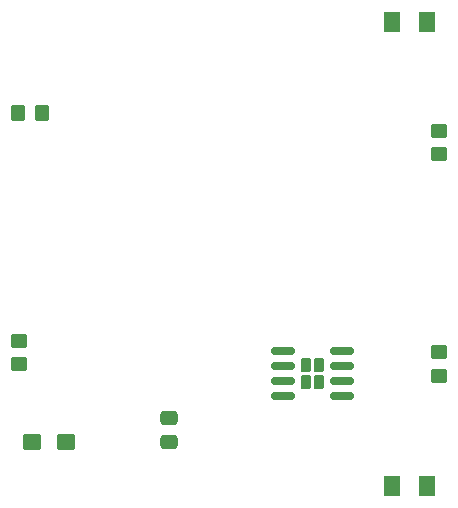
<source format=gbr>
%TF.GenerationSoftware,KiCad,Pcbnew,(6.0.10)*%
%TF.CreationDate,2023-02-16T14:30:49-08:00*%
%TF.ProjectId,Exercise 2,45786572-6369-4736-9520-322e6b696361,rev?*%
%TF.SameCoordinates,Original*%
%TF.FileFunction,Paste,Top*%
%TF.FilePolarity,Positive*%
%FSLAX46Y46*%
G04 Gerber Fmt 4.6, Leading zero omitted, Abs format (unit mm)*
G04 Created by KiCad (PCBNEW (6.0.10)) date 2023-02-16 14:30:49*
%MOMM*%
%LPD*%
G01*
G04 APERTURE LIST*
G04 Aperture macros list*
%AMRoundRect*
0 Rectangle with rounded corners*
0 $1 Rounding radius*
0 $2 $3 $4 $5 $6 $7 $8 $9 X,Y pos of 4 corners*
0 Add a 4 corners polygon primitive as box body*
4,1,4,$2,$3,$4,$5,$6,$7,$8,$9,$2,$3,0*
0 Add four circle primitives for the rounded corners*
1,1,$1+$1,$2,$3*
1,1,$1+$1,$4,$5*
1,1,$1+$1,$6,$7*
1,1,$1+$1,$8,$9*
0 Add four rect primitives between the rounded corners*
20,1,$1+$1,$2,$3,$4,$5,0*
20,1,$1+$1,$4,$5,$6,$7,0*
20,1,$1+$1,$6,$7,$8,$9,0*
20,1,$1+$1,$8,$9,$2,$3,0*%
G04 Aperture macros list end*
%ADD10RoundRect,0.250000X-0.450000X0.350000X-0.450000X-0.350000X0.450000X-0.350000X0.450000X0.350000X0*%
%ADD11RoundRect,0.250001X-0.462499X-0.624999X0.462499X-0.624999X0.462499X0.624999X-0.462499X0.624999X0*%
%ADD12RoundRect,0.250000X-0.475000X0.337500X-0.475000X-0.337500X0.475000X-0.337500X0.475000X0.337500X0*%
%ADD13RoundRect,0.250000X0.350000X0.450000X-0.350000X0.450000X-0.350000X-0.450000X0.350000X-0.450000X0*%
%ADD14RoundRect,0.230000X0.230000X0.375000X-0.230000X0.375000X-0.230000X-0.375000X0.230000X-0.375000X0*%
%ADD15RoundRect,0.150000X0.825000X0.150000X-0.825000X0.150000X-0.825000X-0.150000X0.825000X-0.150000X0*%
%ADD16RoundRect,0.250001X0.462499X0.624999X-0.462499X0.624999X-0.462499X-0.624999X0.462499X-0.624999X0*%
%ADD17RoundRect,0.250000X-0.537500X-0.425000X0.537500X-0.425000X0.537500X0.425000X-0.537500X0.425000X0*%
G04 APERTURE END LIST*
D10*
%TO.C,R4*%
X154940000Y-58420000D03*
X154940000Y-60420000D03*
%TD*%
D11*
%TO.C,D2*%
X150912500Y-69690000D03*
X153887500Y-69690000D03*
%TD*%
D12*
%TO.C,C2*%
X132080000Y-63965000D03*
X132080000Y-66040000D03*
%TD*%
D13*
%TO.C,R1*%
X121316424Y-38120000D03*
X119316424Y-38120000D03*
%TD*%
D10*
%TO.C,R2*%
X119380000Y-57420000D03*
X119380000Y-59420000D03*
%TD*%
D14*
%TO.C,U1*%
X143640000Y-59460000D03*
X144780000Y-60960000D03*
X143640000Y-60960000D03*
X144780000Y-59460000D03*
D15*
X146685000Y-62115000D03*
X146685000Y-60845000D03*
X146685000Y-59575000D03*
X146685000Y-58305000D03*
X141735000Y-58305000D03*
X141735000Y-59575000D03*
X141735000Y-60845000D03*
X141735000Y-62115000D03*
%TD*%
D16*
%TO.C,D1*%
X153887500Y-30480000D03*
X150912500Y-30480000D03*
%TD*%
D17*
%TO.C,C1*%
X120482500Y-66040000D03*
X123357500Y-66040000D03*
%TD*%
D10*
%TO.C,R3*%
X154940000Y-39640000D03*
X154940000Y-41640000D03*
%TD*%
M02*

</source>
